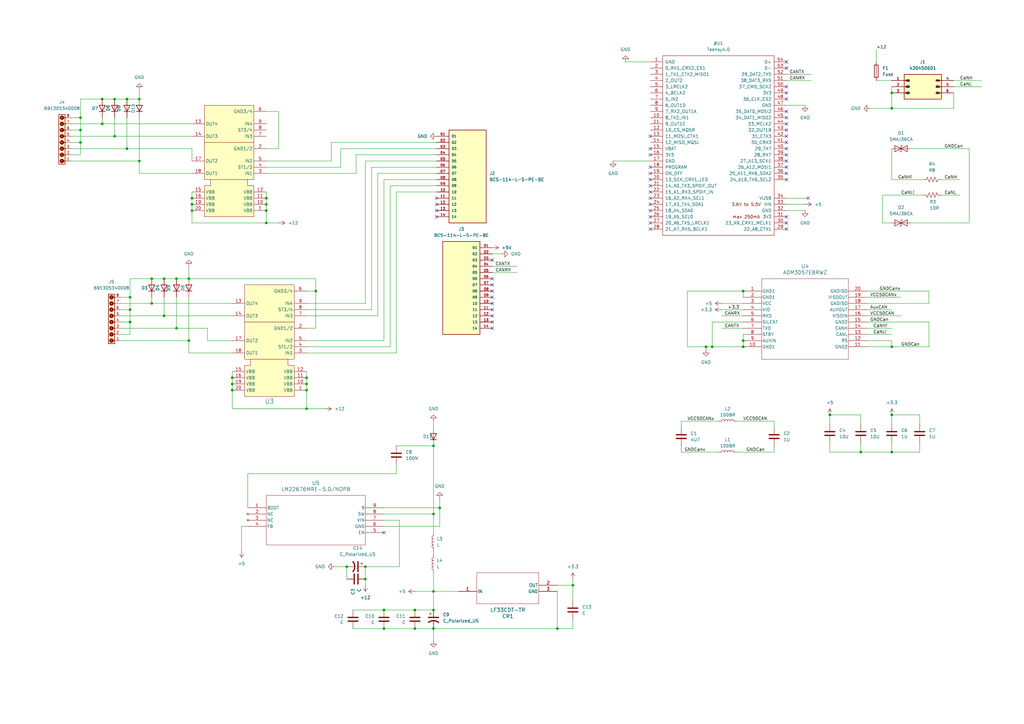
<source format=kicad_sch>
(kicad_sch (version 20250114) (generator "eeschema") (generator_version "9.0")
  (paper "A3")
  (title_block (title "CAN Controlled 8 pin 12 V Relay"))
  (junction (at 177.8 242.57))
  (junction (at 234.95 240.03))
  (junction (at 129.54 119.38))
  (junction (at 292.1 142.24))
  (junction (at 365.76 38.1))
  (junction (at 125.73 167.64))
  (junction (at 33.02 48.26))
  (junction (at 62.23 124.46))
  (junction (at 353.06 185.42))
  (junction (at 41.91 40.64))
  (junction (at 78.74 83.82))
  (junction (at 125.73 157.48))
  (junction (at 67.31 114.3))
  (junction (at 157.48 250.19))
  (junction (at 304.8 142.24))
  (junction (at 177.8 257.81))
  (junction (at 149.86 232.41))
  (junction (at 289.56 142.24))
  (junction (at 157.48 257.81))
  (junction (at 365.76 185.42))
  (junction (at 52.07 60.96))
  (junction (at 170.18 257.81))
  (junction (at 57.15 40.64))
  (junction (at 170.18 250.19))
  (junction (at 53.34 127))
  (junction (at 52.07 40.64))
  (junction (at 142.24 232.41))
  (junction (at 46.99 40.64))
  (junction (at 78.74 81.28))
  (junction (at 177.8 210.82))
  (junction (at 53.34 132.08))
  (junction (at 77.47 139.7))
  (junction (at 365.76 170.18))
  (junction (at 77.47 114.3))
  (junction (at 95.25 154.94))
  (junction (at 149.86 237.49))
  (junction (at 365.76 142.24))
  (junction (at 304.8 119.38))
  (junction (at 340.36 170.18))
  (junction (at 109.22 91.44))
  (junction (at 365.76 44.45))
  (junction (at 125.73 154.94))
  (junction (at 109.22 81.28))
  (junction (at 109.22 83.82))
  (junction (at 304.8 139.7))
  (junction (at 109.22 86.36))
  (junction (at 57.15 66.04))
  (junction (at 95.25 160.02))
  (junction (at 180.34 208.28))
  (junction (at 62.23 114.3))
  (junction (at 177.8 182.88))
  (junction (at 95.25 157.48))
  (junction (at 33.02 53.34))
  (junction (at 67.31 129.54))
  (junction (at 78.74 86.36))
  (junction (at 228.6 257.81))
  (junction (at 46.99 55.88))
  (junction (at 33.02 58.42))
  (junction (at 125.73 160.02))
  (junction (at 41.91 50.8))
  (junction (at 53.34 121.92))
  (junction (at 72.39 134.62))
  (junction (at 177.8 250.19))
  (junction (at 72.39 114.3))
  (no_connect (at 266.7 68.58))
  (no_connect (at 322.58 58.42))
  (no_connect (at 322.58 60.96))
  (no_connect (at 179.07 88.9))
  (no_connect (at 322.58 50.8))
  (no_connect (at 266.7 83.82))
  (no_connect (at 322.58 73.66))
  (no_connect (at 266.7 63.5))
  (no_connect (at 331.47 81.28))
  (no_connect (at 322.58 48.26))
  (no_connect (at 266.7 76.2))
  (no_connect (at 201.93 114.3))
  (no_connect (at 322.58 38.1))
  (no_connect (at 201.93 134.62))
  (no_connect (at 322.58 88.9))
  (no_connect (at 201.93 129.54))
  (no_connect (at 322.58 66.04))
  (no_connect (at 266.7 55.88))
  (no_connect (at 322.58 45.72))
  (no_connect (at 322.58 63.5))
  (no_connect (at 322.58 68.58))
  (no_connect (at 322.58 25.4))
  (no_connect (at 322.58 27.94))
  (no_connect (at 322.58 53.34))
  (no_connect (at 322.58 40.64))
  (no_connect (at 322.58 71.12))
  (no_connect (at 266.7 81.28))
  (no_connect (at 179.07 83.82))
  (no_connect (at 266.7 73.66))
  (no_connect (at 266.7 88.9))
  (no_connect (at 157.48 218.44))
  (no_connect (at 201.93 124.46))
  (no_connect (at 322.58 91.44))
  (no_connect (at 201.93 106.68))
  (no_connect (at 266.7 86.36))
  (no_connect (at 322.58 35.56))
  (no_connect (at 266.7 78.74))
  (no_connect (at 322.58 55.88))
  (no_connect (at 179.07 86.36))
  (no_connect (at 266.7 71.12))
  (no_connect (at 201.93 116.84))
  (no_connect (at 266.7 91.44))
  (no_connect (at 322.58 93.98))
  (no_connect (at 201.93 132.08))
  (no_connect (at 201.93 119.38))
  (no_connect (at 201.93 121.92))
  (no_connect (at 179.07 81.28))
  (no_connect (at 266.7 60.96))
  (no_connect (at 266.7 93.98))
  (no_connect (at 201.93 127))
  (wire (pts (xy 157.48 73.66) (xy 157.48 139.7)))
  (wire (pts (xy 359.41 20.32) (xy 359.41 25.4)))
  (wire (pts (xy 53.34 132.08) (xy 53.34 127)))
  (wire (pts (xy 29.21 48.26) (xy 33.02 48.26)))
  (wire (pts (xy 386.08 73.66) (xy 393.7 73.66)))
  (wire (pts (xy 391.16 35.56) (xy 402.59 35.56)))
  (wire (pts (xy 365.76 142.24) (xy 355.6 142.24)))
  (wire (pts (xy 355.6 132.08) (xy 381 132.08)))
  (wire (pts (xy 72.39 134.62) (xy 85.09 134.62)))
  (wire (pts (xy 33.02 63.5) (xy 33.02 58.42)))
  (wire (pts (xy 256.54 25.4) (xy 266.7 25.4)))
  (wire (pts (xy 85.09 139.7) (xy 85.09 134.62)))
  (wire (pts (xy 295.91 124.46) (xy 304.8 124.46)))
  (wire (pts (xy 109.22 71.12) (xy 146.05 71.12)))
  (wire (pts (xy 125.73 167.64) (xy 133.35 167.64)))
  (wire (pts (xy 353.06 181.61) (xy 353.06 185.42)))
  (wire (pts (xy 99.06 215.9) (xy 99.06 226.06)))
  (wire (pts (xy 162.56 182.88) (xy 177.8 182.88)))
  (wire (pts (xy 77.47 114.3) (xy 129.54 114.3)))
  (wire (pts (xy 340.36 173.99) (xy 340.36 170.18)))
  (wire (pts (xy 162.56 194.31) (xy 162.56 190.5)))
  (wire (pts (xy 355.6 137.16) (xy 365.76 137.16)))
  (wire (pts (xy 177.8 172.72) (xy 177.8 175.26)))
  (wire (pts (xy 160.02 76.2) (xy 160.02 142.24)))
  (wire (pts (xy 353.06 170.18) (xy 353.06 173.99)))
  (wire (pts (xy 361.95 80.01) (xy 361.95 91.44)))
  (wire (pts (xy 157.48 213.36) (xy 163.83 213.36)))
  (wire (pts (xy 365.76 139.7) (xy 365.76 142.24)))
  (wire (pts (xy 33.02 48.26) (xy 33.02 40.64)))
  (wire (pts (xy 302.26 172.72) (xy 317.5 172.72)))
  (wire (pts (xy 281.94 119.38) (xy 304.8 119.38)))
  (wire (pts (xy 142.24 232.41) (xy 142.24 237.49)))
  (wire (pts (xy 78.74 60.96) (xy 78.74 66.04)))
  (wire (pts (xy 162.56 78.74) (xy 162.56 144.78)))
  (wire (pts (xy 279.4 172.72) (xy 294.64 172.72)))
  (wire (pts (xy 228.6 242.57) (xy 228.6 257.81)))
  (wire (pts (xy 95.25 157.48) (xy 95.25 160.02)))
  (wire (pts (xy 125.73 157.48) (xy 125.73 160.02)))
  (wire (pts (xy 135.89 58.42) (xy 179.07 58.42)))
  (wire (pts (xy 146.05 63.5) (xy 179.07 63.5)))
  (wire (pts (xy 201.93 104.14) (xy 205.74 104.14)))
  (wire (pts (xy 295.91 127) (xy 304.8 127)))
  (wire (pts (xy 152.4 68.58) (xy 152.4 127)))
  (wire (pts (xy 295.91 129.54) (xy 304.8 129.54)))
  (wire (pts (xy 228.6 257.81) (xy 177.8 257.81)))
  (wire (pts (xy 49.53 127) (xy 53.34 127)))
  (wire (pts (xy 355.6 121.92) (xy 369.57 121.92)))
  (wire (pts (xy 149.86 237.49) (xy 149.86 240.03)))
  (wire (pts (xy 41.91 50.8) (xy 78.74 50.8)))
  (wire (pts (xy 146.05 63.5) (xy 146.05 71.12)))
  (wire (pts (xy 160.02 142.24) (xy 125.73 142.24)))
  (wire (pts (xy 135.89 66.04) (xy 135.89 58.42)))
  (wire (pts (xy 355.6 124.46) (xy 381 124.46)))
  (wire (pts (xy 177.8 226.06) (xy 177.8 227.33)))
  (wire (pts (xy 78.74 78.74) (xy 78.74 81.28)))
  (wire (pts (xy 149.86 66.04) (xy 179.07 66.04)))
  (wire (pts (xy 355.6 139.7) (xy 365.76 139.7)))
  (wire (pts (xy 359.41 33.02) (xy 365.76 33.02)))
  (wire (pts (xy 49.53 132.08) (xy 53.34 132.08)))
  (wire (pts (xy 386.08 80.01) (xy 393.7 80.01)))
  (wire (pts (xy 177.8 257.81) (xy 177.8 262.89)))
  (wire (pts (xy 355.6 129.54) (xy 369.57 129.54)))
  (wire (pts (xy 29.21 55.88) (xy 46.99 55.88)))
  (wire (pts (xy 373.38 91.44) (xy 397.51 91.44)))
  (wire (pts (xy 365.76 170.18) (xy 377.19 170.18)))
  (wire (pts (xy 57.15 36.83) (xy 57.15 40.64)))
  (wire (pts (xy 53.34 121.92) (xy 53.34 114.3)))
  (wire (pts (xy 95.25 160.02) (xy 95.25 167.64)))
  (wire (pts (xy 49.53 137.16) (xy 53.34 137.16)))
  (wire (pts (xy 234.95 257.81) (xy 234.95 254)))
  (wire (pts (xy 355.6 127) (xy 365.76 127)))
  (wire (pts (xy 53.34 114.3) (xy 62.23 114.3)))
  (wire (pts (xy 49.53 134.62) (xy 72.39 134.62)))
  (wire (pts (xy 201.93 109.22) (xy 212.09 109.22)))
  (wire (pts (xy 170.18 242.57) (xy 177.8 242.57)))
  (wire (pts (xy 29.21 53.34) (xy 33.02 53.34)))
  (wire (pts (xy 157.48 139.7) (xy 125.73 139.7)))
  (wire (pts (xy 62.23 124.46) (xy 95.25 124.46)))
  (wire (pts (xy 78.74 71.12) (xy 57.15 71.12)))
  (wire (pts (xy 365.76 44.45) (xy 391.16 44.45)))
  (wire (pts (xy 109.22 81.28) (xy 109.22 83.82)))
  (wire (pts (xy 46.99 55.88) (xy 78.74 55.88)))
  (wire (pts (xy 109.22 78.74) (xy 109.22 81.28)))
  (wire (pts (xy 78.74 81.28) (xy 78.74 83.82)))
  (wire (pts (xy 391.16 33.02) (xy 402.59 33.02)))
  (wire (pts (xy 179.07 76.2) (xy 160.02 76.2)))
  (wire (pts (xy 340.36 170.18) (xy 353.06 170.18)))
  (wire (pts (xy 109.22 91.44) (xy 114.3 91.44)))
  (wire (pts (xy 381 119.38) (xy 381 124.46)))
  (wire (pts (xy 101.6 215.9) (xy 99.06 215.9)))
  (wire (pts (xy 139.7 60.96) (xy 139.7 68.58)))
  (wire (pts (xy 85.09 139.7) (xy 95.25 139.7)))
  (wire (pts (xy 157.48 210.82) (xy 177.8 210.82)))
  (wire (pts (xy 289.56 142.24) (xy 292.1 142.24)))
  (wire (pts (xy 322.58 81.28) (xy 331.47 81.28)))
  (wire (pts (xy 77.47 139.7) (xy 77.47 121.92)))
  (wire (pts (xy 101.6 208.28) (xy 101.6 194.31)))
  (wire (pts (xy 157.48 215.9) (xy 180.34 215.9)))
  (wire (pts (xy 234.95 240.03) (xy 228.6 240.03)))
  (wire (pts (xy 154.94 129.54) (xy 125.73 129.54)))
  (wire (pts (xy 33.02 53.34) (xy 33.02 48.26)))
  (wire (pts (xy 29.21 66.04) (xy 57.15 66.04)))
  (wire (pts (xy 154.94 71.12) (xy 154.94 129.54)))
  (wire (pts (xy 95.25 152.4) (xy 95.25 154.94)))
  (wire (pts (xy 46.99 55.88) (xy 46.99 48.26)))
  (wire (pts (xy 72.39 134.62) (xy 72.39 121.92)))
  (wire (pts (xy 391.16 44.45) (xy 391.16 38.1)))
  (wire (pts (xy 163.83 232.41) (xy 149.86 232.41)))
  (wire (pts (xy 365.76 73.66) (xy 378.46 73.66)))
  (wire (pts (xy 292.1 132.08) (xy 304.8 132.08)))
  (wire (pts (xy 251.46 66.04) (xy 266.7 66.04)))
  (wire (pts (xy 62.23 124.46) (xy 62.23 121.92)))
  (wire (pts (xy 152.4 68.58) (xy 179.07 68.58)))
  (wire (pts (xy 67.31 129.54) (xy 95.25 129.54)))
  (wire (pts (xy 289.56 142.24) (xy 289.56 143.51)))
  (wire (pts (xy 29.21 60.96) (xy 52.07 60.96)))
  (wire (pts (xy 163.83 213.36) (xy 163.83 232.41)))
  (wire (pts (xy 201.93 111.76) (xy 212.09 111.76)))
  (wire (pts (xy 228.6 257.81) (xy 234.95 257.81)))
  (wire (pts (xy 49.53 121.92) (xy 53.34 121.92)))
  (wire (pts (xy 279.4 175.26) (xy 279.4 172.72)))
  (wire (pts (xy 179.07 78.74) (xy 162.56 78.74)))
  (wire (pts (xy 377.19 170.18) (xy 377.19 173.99)))
  (wire (pts (xy 234.95 246.38) (xy 234.95 240.03)))
  (wire (pts (xy 170.18 250.19) (xy 177.8 250.19)))
  (wire (pts (xy 139.7 60.96) (xy 179.07 60.96)))
  (wire (pts (xy 365.76 60.96) (xy 365.76 73.66)))
  (wire (pts (xy 302.26 185.42) (xy 317.5 185.42)))
  (wire (pts (xy 340.36 181.61) (xy 340.36 185.42)))
  (wire (pts (xy 292.1 142.24) (xy 304.8 142.24)))
  (wire (pts (xy 125.73 167.64) (xy 125.73 160.02)))
  (wire (pts (xy 125.73 154.94) (xy 125.73 157.48)))
  (wire (pts (xy 129.54 134.62) (xy 125.73 134.62)))
  (wire (pts (xy 137.16 232.41) (xy 142.24 232.41)))
  (wire (pts (xy 152.4 127) (xy 125.73 127)))
  (wire (pts (xy 109.22 91.44) (xy 78.74 91.44)))
  (wire (pts (xy 29.21 63.5) (xy 33.02 63.5)))
  (wire (pts (xy 78.74 91.44) (xy 78.74 86.36)))
  (wire (pts (xy 304.8 139.7) (xy 304.8 142.24)))
  (wire (pts (xy 234.95 237.49) (xy 234.95 240.03)))
  (wire (pts (xy 381 142.24) (xy 365.76 142.24)))
  (wire (pts (xy 365.76 38.1) (xy 365.76 44.45)))
  (wire (pts (xy 49.53 124.46) (xy 62.23 124.46)))
  (wire (pts (xy 53.34 137.16) (xy 53.34 132.08)))
  (wire (pts (xy 62.23 114.3) (xy 67.31 114.3)))
  (wire (pts (xy 157.48 73.66) (xy 179.07 73.66)))
  (wire (pts (xy 397.51 91.44) (xy 397.51 60.96)))
  (wire (pts (xy 57.15 66.04) (xy 57.15 48.26)))
  (wire (pts (xy 67.31 114.3) (xy 72.39 114.3)))
  (wire (pts (xy 162.56 144.78) (xy 125.73 144.78)))
  (wire (pts (xy 353.06 185.42) (xy 365.76 185.42)))
  (wire (pts (xy 373.38 60.96) (xy 397.51 60.96)))
  (wire (pts (xy 292.1 132.08) (xy 292.1 142.24)))
  (wire (pts (xy 365.76 185.42) (xy 377.19 185.42)))
  (wire (pts (xy 355.6 134.62) (xy 365.76 134.62)))
  (wire (pts (xy 295.91 134.62) (xy 304.8 134.62)))
  (wire (pts (xy 149.86 66.04) (xy 149.86 124.46)))
  (wire (pts (xy 157.48 208.28) (xy 180.34 208.28)))
  (wire (pts (xy 29.21 50.8) (xy 41.91 50.8)))
  (wire (pts (xy 67.31 129.54) (xy 67.31 121.92)))
  (wire (pts (xy 361.95 80.01) (xy 378.46 80.01)))
  (wire (pts (xy 52.07 60.96) (xy 78.74 60.96)))
  (wire (pts (xy 157.48 250.19) (xy 170.18 250.19)))
  (wire (pts (xy 322.58 33.02) (xy 332.74 33.02)))
  (wire (pts (xy 129.54 114.3) (xy 129.54 119.38)))
  (wire (pts (xy 49.53 139.7) (xy 77.47 139.7)))
  (wire (pts (xy 322.58 43.18) (xy 330.2 43.18)))
  (wire (pts (xy 177.8 234.95) (xy 177.8 242.57)))
  (wire (pts (xy 77.47 144.78) (xy 77.47 139.7)))
  (wire (pts (xy 154.94 71.12) (xy 179.07 71.12)))
  (wire (pts (xy 304.8 119.38) (xy 304.8 121.92)))
  (wire (pts (xy 114.3 45.72) (xy 109.22 45.72)))
  (wire (pts (xy 109.22 86.36) (xy 109.22 91.44)))
  (wire (pts (xy 125.73 152.4) (xy 125.73 154.94)))
  (wire (pts (xy 101.6 194.31) (xy 162.56 194.31)))
  (wire (pts (xy 125.73 119.38) (xy 129.54 119.38)))
  (wire (pts (xy 33.02 58.42) (xy 33.02 53.34)))
  (wire (pts (xy 317.5 185.42) (xy 317.5 182.88)))
  (wire (pts (xy 41.91 40.64) (xy 46.99 40.64)))
  (wire (pts (xy 361.95 91.44) (xy 365.76 91.44)))
  (wire (pts (xy 41.91 50.8) (xy 41.91 48.26)))
  (wire (pts (xy 109.22 60.96) (xy 114.3 60.96)))
  (wire (pts (xy 294.64 185.42) (xy 279.4 185.42)))
  (wire (pts (xy 177.8 242.57) (xy 187.96 242.57)))
  (wire (pts (xy 29.21 58.42) (xy 33.02 58.42)))
  (wire (pts (xy 356.87 44.45) (xy 365.76 44.45)))
  (wire (pts (xy 49.53 129.54) (xy 67.31 129.54)))
  (wire (pts (xy 322.58 86.36) (xy 330.2 86.36)))
  (wire (pts (xy 46.99 40.64) (xy 52.07 40.64)))
  (wire (pts (xy 377.19 185.42) (xy 377.19 181.61)))
  (wire (pts (xy 170.18 257.81) (xy 177.8 257.81)))
  (wire (pts (xy 177.8 210.82) (xy 177.8 218.44)))
  (wire (pts (xy 365.76 181.61) (xy 365.76 185.42)))
  (wire (pts (xy 281.94 142.24) (xy 281.94 119.38)))
  (wire (pts (xy 177.8 242.57) (xy 177.8 250.19)))
  (wire (pts (xy 144.78 257.81) (xy 157.48 257.81)))
  (wire (pts (xy 281.94 142.24) (xy 289.56 142.24)))
  (wire (pts (xy 304.8 137.16) (xy 304.8 139.7)))
  (wire (pts (xy 322.58 83.82) (xy 330.2 83.82)))
  (wire (pts (xy 157.48 257.81) (xy 170.18 257.81)))
  (wire (pts (xy 125.73 124.46) (xy 149.86 124.46)))
  (wire (pts (xy 95.25 154.94) (xy 95.25 157.48)))
  (wire (pts (xy 95.25 167.64) (xy 125.73 167.64)))
  (wire (pts (xy 365.76 35.56) (xy 365.76 38.1)))
  (wire (pts (xy 52.07 40.64) (xy 57.15 40.64)))
  (wire (pts (xy 355.6 119.38) (xy 381 119.38)))
  (wire (pts (xy 52.07 60.96) (xy 52.07 48.26)))
  (wire (pts (xy 77.47 144.78) (xy 95.25 144.78)))
  (wire (pts (xy 114.3 60.96) (xy 114.3 45.72)))
  (wire (pts (xy 177.8 182.88) (xy 177.8 210.82)))
  (wire (pts (xy 149.86 232.41) (xy 149.86 237.49)))
  (wire (pts (xy 365.76 173.99) (xy 365.76 170.18)))
  (wire (pts (xy 77.47 109.22) (xy 77.47 114.3)))
  (wire (pts (xy 72.39 114.3) (xy 77.47 114.3)))
  (wire (pts (xy 33.02 40.64) (xy 41.91 40.64)))
  (wire (pts (xy 180.34 204.47) (xy 180.34 208.28)))
  (wire (pts (xy 109.22 83.82) (xy 109.22 86.36)))
  (wire (pts (xy 139.7 68.58) (xy 109.22 68.58)))
  (wire (pts (xy 180.34 215.9) (xy 180.34 208.28)))
  (wire (pts (xy 381 132.08) (xy 381 142.24)))
  (wire (pts (xy 322.58 30.48) (xy 332.74 30.48)))
  (wire (pts (xy 144.78 250.19) (xy 157.48 250.19)))
  (wire (pts (xy 129.54 119.38) (xy 129.54 134.62)))
  (wire (pts (xy 57.15 71.12) (xy 57.15 66.04)))
  (wire (pts (xy 279.4 185.42) (xy 279.4 182.88)))
  (wire (pts (xy 109.22 66.04) (xy 135.89 66.04)))
  (wire (pts (xy 78.74 83.82) (xy 78.74 86.36)))
  (wire (pts (xy 340.36 185.42) (xy 353.06 185.42)))
  (wire (pts (xy 317.5 172.72) (xy 317.5 175.26)))
  (wire (pts (xy 53.34 127) (xy 53.34 121.92)))
  (label "CANTX" (at 203.2 109.22 0))
  (label "VCC50CANx" (at 356.87 121.92 0))
  (label "VCC50CAN" (at 304.8 172.72 0))
  (label "CaNL" (at 393.7 35.56 0))
  (label "CaNH" (at 393.7 33.02 0))
  (label "AuxCAN" (at 356.87 127 0))
  (label "VCC50CANx" (at 281.94 172.72 0))
  (label "CANTX" (at 323.85 30.48 0))
  (label "VCC50CAN" (at 356.87 129.54 0))
  (label "+12" (at 359.41 20.32 0))
  (label "CaNLi" (at 369.57 80.01 0))
  (label "CaNL" (at 387.35 80.01 0))
  (label "GNDCanx" (at 280.67 185.42 0))
  (label "CaNHi" (at 358.14 134.62 0))
  (label "GNDCan" (at 387.35 60.96 0))
  (label "+3.3" (at 298.45 127 0))
  (label "CANRX" (at 297.18 129.54 0))
  (label "CANRX" (at 203.2 111.76 0))
  (label "CANRX" (at 323.85 33.02 0))
  (label "CaNLi" (at 358.14 137.16 0))
  (label "CaNHi" (at 368.3 73.66 0))
  (label "GNDCanx" (at 360.68 119.38 0))
  (label "GNDCan" (at 306.07 185.42 0))
  (label "GNDCan" (at 356.87 132.08 0))
  (label "CANTX" (at 297.18 134.62 0))
  (label "GNDCan" (at 369.57 142.24 0))
  (label "CaNH" (at 387.35 73.66 0))
  (symbol (lib_id "power:GND") (at 251.46 66.04 0) (unit 1)
    (property "Reference" "#PWR02" (effects (hide yes)))
    (property "Value" "GND" (at 251.46 71.12 0))
    (property "Description" "Power symbol creates a global label with name \"GND\" , ground" (effects (hide yes)))
  )
  (symbol (lib_id "Device:D") (at 57.15 44.45 90) (unit 1)
    (property "Reference" "D10" (at 54.61 44.45 0))
    (property "Value" "D" (effects (hide yes)))
    (property "Footprint" "RRE02VTM4SFHTR:DIO_RRE02VSM_ROM" (effects (hide yes)))
    (property "Description" "Diode" (effects (hide yes)))
    (property "Sim.Device" "D" (effects (hide yes)))
    (property "Sim.Pins" "1=K 2=A" (effects (hide yes)))
  )
  (symbol (lib_id "Device:C") (at 365.76 177.8 0) (unit 1)
    (property "Reference" "C6" (at 369.57 176.5299 0) (effects (justify left)))
    (property "Value" "1U" (at 369.57 179.0699 0) (effects (justify left)))
    (property "Footprint" "GRT155C80J105KE01J:CAPC1005X55N" (effects (hide yes)))
    (property "Description" "Unpolarized capacitor" (effects (hide yes)))
  )
  (symbol (lib_id "Device:D") (at 46.99 44.45 90) (unit 1)
    (property "Reference" "D8" (at 44.323 44.323 0))
    (property "Value" "D" (effects (hide yes)))
    (property "Footprint" "RRE02VTM4SFHTR:DIO_RRE02VSM_ROM" (effects (hide yes)))
    (property "Description" "Diode" (effects (hide yes)))
    (property "Sim.Device" "D" (effects (hide yes)))
    (property "Sim.Pins" "1=K 2=A" (effects (hide yes)))
  )
  (symbol (lib_id "Device:L") (at 177.8 231.14 180) (unit 1)
    (property "Reference" "L4" (at 179.07 229.8699 0) (effects (justify right)))
    (property "Value" "L" (at 179.07 232.4099 0) (effects (justify right)))
    (property "Footprint" "LQM18FN100M00D:INDC1608X90N" (effects (hide yes)))
    (property "Description" "Inductor" (effects (hide yes)))
  )
  (symbol (lib_id "Device:C_Polarized_US") (at 146.05 232.41 270) (unit 1)
    (property "Reference" "C14" (at 146.685 224.79 90))
    (property "Value" "C_Polarized_US" (at 146.685 227.33 90))
    (property "Footprint" "EEEFT1V101AV:CAP_EEEFT1V101AV" (effects (hide yes)))
    (property "Description" "Polarized capacitor, US symbol" (effects (hide yes)))
  )
  (symbol (lib_id "power:VCC") (at 99.06 226.06 180) (unit 1)
    (property "Reference" "#PWR018" (effects (hide yes)))
    (property "Value" "+5" (at 99.06 231.14 0))
    (property "Description" "Power symbol creates a global label with name \"VCC\"" (effects (hide yes)))
  )
  (symbol (lib_id "Device:D") (at 62.23 118.11 90) (unit 1)
    (property "Reference" "D3" (at 57.912 118.11 90) (effects (justify right)))
    (property "Value" "D" (effects (hide yes)))
    (property "Footprint" "RRE02VTM4SFHTR:DIO_RRE02VSM_ROM" (effects (hide yes)))
    (property "Description" "Diode" (effects (hide yes)))
    (property "Sim.Device" "D" (effects (hide yes)))
    (property "Sim.Pins" "1=K 2=A" (effects (hide yes)))
  )
  (symbol (lib_id "Device:C") (at 146.05 237.49 90) (mirror x) (unit 1)
    (property "Reference" "C3" (at 144.7799 241.3 0) (effects (justify left)))
    (property "Value" "C" (at 147.3199 241.3 0) (effects (justify left)))
    (property "Footprint" "Cap10U:CAPC2012X145N" (effects (hide yes)))
    (property "Description" "Unpolarized capacitor" (effects (hide yes)))
  )
  (symbol (lib_id "power:GND") (at 177.8 172.72 180) (unit 1)
    (property "Reference" "#PWR017" (effects (hide yes)))
    (property "Value" "GND" (at 177.8 167.64 0))
    (property "Description" "Power symbol creates a global label with name \"GND\" , ground" (effects (hide yes)))
  )
  (symbol (lib_id "power:GND") (at 77.47 109.22 180) (unit 1)
    (property "Reference" "#PWR015" (effects (hide yes)))
    (property "Value" "GND" (at 77.47 104.14 0))
    (property "Description" "Power symbol creates a global label with name \"GND\" , ground" (effects (hide yes)))
  )
  (symbol (lib_id "power:+5V") (at 201.93 101.6 270) (unit 1)
    (property "Reference" "#PWR026" (effects (hide yes)))
    (property "Value" "+5V" (at 205.74 101.5999 90) (effects (justify left)))
    (property "Description" "Power symbol creates a global label with name \"+5V\"" (effects (hide yes)))
  )
  (symbol (lib_id "power:VCC") (at 234.95 237.49 0) (unit 1)
    (property "Reference" "#PWR023" (effects (hide yes)))
    (property "Value" "+3.3" (at 234.95 232.41 0))
    (property "Description" "Power symbol creates a global label with name \"VCC\"" (effects (hide yes)))
  )
  (symbol (lib_id "Device:D") (at 41.91 44.45 90) (unit 1)
    (property "Reference" "D7" (at 37.592 44.45 90) (effects (justify right)))
    (property "Value" "D" (effects (hide yes)))
    (property "Footprint" "RRE02VTM4SFHTR:DIO_RRE02VSM_ROM" (effects (hide yes)))
    (property "Description" "Diode" (effects (hide yes)))
    (property "Sim.Device" "D" (effects (hide yes)))
    (property "Sim.Pins" "1=K 2=A" (effects (hide yes)))
  )
  (symbol (lib_id "Device:C") (at 340.36 177.8 0) (unit 1)
    (property "Reference" "C4" (at 344.17 176.5299 0) (effects (justify left)))
    (property "Value" "10U" (at 344.17 179.0699 0) (effects (justify left)))
    (property "Footprint" "Cap10U:CAPC2012X145N" (effects (hide yes)))
    (property "Description" "Unpolarized capacitor" (effects (hide yes)))
  )
  (symbol (lib_id "Device:C") (at 317.5 179.07 0) (unit 1)
    (property "Reference" "C2" (at 321.31 177.7999 0) (effects (justify left)))
    (property "Value" "1U" (at 321.31 180.3399 0) (effects (justify left)))
    (property "Footprint" "GRT155C80J105KE01J:CAPC1005X55N" (effects (hide yes)))
    (property "Description" "Unpolarized capacitor" (effects (hide yes)))
  )
  (symbol (lib_id "Device:R_US") (at 382.27 73.66 90) (unit 1)
    (property "Reference" "R4" (at 382.27 67.31 90))
    (property "Value" "R8" (at 382.27 69.85 90))
    (property "Footprint" "Resistor_SMD:R_0603_1608Metric" (effects (hide yes)))
    (property "Description" "Resistor, US symbol" (effects (hide yes)))
  )
  (symbol (lib_id "power:GND") (at 330.2 43.18 0) (unit 1)
    (property "Reference" "#PWR04" (effects (hide yes)))
    (property "Value" "GND" (at 330.2 48.26 0))
    (property "Description" "Power symbol creates a global label with name \"GND\" , ground" (effects (hide yes)))
  )
  (symbol (lib_id "power:GND") (at 180.34 204.47 180) (unit 1)
    (property "Reference" "#PWR019" (effects (hide yes)))
    (property "Value" "GND" (at 180.34 199.39 0))
    (property "Description" "Power symbol creates a global label with name \"GND\" , ground" (effects (hide yes)))
  )
  (symbol (lib_id "Diode:SMAJ36CA") (at 369.57 91.44 0) (unit 1)
    (property "Reference" "D2" (at 369.57 85.09 0))
    (property "Value" "SMAJ36CA" (at 369.57 87.63 0))
    (property "Footprint" "SMAJ36CA:SMASERIES-M" (effects (hide yes)))
    (property "Datasheet" "https://www.littelfuse.com/media?resourcetype=datasheets&itemid=75e32973-b177-4ee3-a0ff-cedaf1abdb93&filename=smaj-datasheet" (effects (hide yes)))
    (property "Description" "400W bidirectional Transient Voltage Suppressor, 36.0Vr, SMA(DO-214AC)" (effects (hide yes)))
  )
  (symbol (lib_id "power:VCC") (at 149.86 240.03 180) (unit 1)
    (property "Reference" "#PWR020" (effects (hide yes)))
    (property "Value" "+12" (at 149.86 245.11 0))
    (property "Description" "Power symbol creates a global label with name \"VCC\"" (effects (hide yes)))
  )
  (symbol (lib_id "BTS716GB:BTS716GB") (at 120.65 162.56 180) (unit 1)
    (property "Reference" "U3" (at 110.49 164.592 0) (effects (font (size 1.8288 1.8288))))
    (property "Value" "BTS716GB" (effects (hide yes)))
    (property "Footprint" "BTS716GB:SOIC127P1032X265-20N" (effects (hide yes)))
    (property "Description" "Smart High-Side Power Switch, Four Channels: 4x140mOhm, Status Feedback, VBB 43V" (effects (hide yes)))
    (property "ManufacturerPartNumber" "BTS716GB" (effects (hide yes)))
    (property "PackageReference" "PG-DSO-20" (effects (hide yes)))
    (property "Manufacturer" "Infineon Technologies" (effects (hide yes)))
  )
  (symbol (lib_id "Device:D") (at 72.39 118.11 90) (unit 1)
    (property "Reference" "D5" (at 69.088 118.11 0))
    (property "Value" "D" (effects (hide yes)))
    (property "Footprint" "RRE02VTM4SFHTR:DIO_RRE02VSM_ROM" (effects (hide yes)))
    (property "Description" "Diode" (effects (hide yes)))
    (property "Sim.Device" "D" (effects (hide yes)))
    (property "Sim.Pins" "1=K 2=A" (effects (hide yes)))
  )
  (symbol (lib_id "power:GND") (at 256.54 25.4 0) (mirror x) (unit 1)
    (property "Reference" "#PWR03" (effects (hide yes)))
    (property "Value" "GND" (at 256.54 20.32 0))
    (property "Description" "Power symbol creates a global label with name \"GND\" , ground" (effects (hide yes)))
  )
  (symbol (lib_id "Device:C_Polarized_US") (at 177.8 254 0) (unit 1)
    (property "Reference" "C9" (at 181.61 252.0949 0) (effects (justify left)))
    (property "Value" "C_Polarized_US" (at 181.61 254.6349 0) (effects (justify left)))
    (property "Footprint" "EEEFT1V101AV:CAP_EEEFT1V101AV" (effects (hide yes)))
    (property "Description" "Polarized capacitor, US symbol" (effects (hide yes)))
  )
  (symbol (lib_id "691305340008:691305340008") (at 44.45 132.08 90) (unit 1)
    (property "Reference" "J5" (at 45.72 115.57 90))
    (property "Value" "691305340008" (at 45.72 118.11 90))
    (property "Footprint" "691305340008:691305340008" (effects (hide yes)))
    (property "MF" "Würth Elektronik" (effects (hide yes)))
    (property "Description_1" "8 Position Terminal Block Header, Male Pins, Shrouded (4 Side) 0.150 (3.81mm) 90°, Right Angle - Through Hole" (effects (hide yes)))
    (property "Package" "None" (effects (hide yes)))
    (property "Price" "None" (effects (hide yes)))
    (property "SnapEDA_Link" "https://www.snapeda.com/parts/691305340008/W%25C3%25BCrth+Elektronik+Midcom/view-part/?ref=snap" (effects (hide yes)))
    (property "MP" "691305340008" (effects (hide yes)))
    (property "Availability" "In Stock" (effects (hide yes)))
    (property "Check_prices" "https://www.snapeda.com/parts/691305340008/W%25C3%25BCrth+Elektronik+Midcom/view-part/?ref=eda" (effects (hide yes)))
  )
  (symbol (lib_id "power:VCC") (at 340.36 170.18 0) (unit 1)
    (property "Reference" "#PWR06" (effects (hide yes)))
    (property "Value" "+5" (at 340.36 165.1 0))
    (property "Description" "Power symbol creates a global label with name \"VCC\"" (effects (hide yes)))
  )
  (symbol (lib_id "Device:D") (at 52.07 44.45 90) (unit 1)
    (property "Reference" "D9" (at 48.768 44.45 0))
    (property "Value" "D" (effects (hide yes)))
    (property "Footprint" "RRE02VTM4SFHTR:DIO_RRE02VSM_ROM" (effects (hide yes)))
    (property "Description" "Diode" (effects (hide yes)))
    (property "Sim.Device" "D" (effects (hide yes)))
    (property "Sim.Pins" "1=K 2=A" (effects (hide yes)))
  )
  (symbol (lib_id "Device:D") (at 77.47 118.11 90) (unit 1)
    (property "Reference" "D6" (at 74.93 118.11 0))
    (property "Value" "D" (effects (hide yes)))
    (property "Footprint" "RRE02VTM4SFHTR:DIO_RRE02VSM_ROM" (effects (hide yes)))
    (property "Description" "Diode" (effects (hide yes)))
    (property "Sim.Device" "D" (effects (hide yes)))
    (property "Sim.Pins" "1=K 2=A" (effects (hide yes)))
  )
  (symbol (lib_id "power:VCC") (at 365.76 170.18 0) (unit 1)
    (property "Reference" "#PWR07" (effects (hide yes)))
    (property "Value" "+3.3" (at 365.76 165.1 0))
    (property "Description" "Power symbol creates a global label with name \"VCC\"" (effects (hide yes)))
  )
  (symbol (lib_id "power:VCC") (at 170.18 242.57 90) (unit 1)
    (property "Reference" "#PWR021" (effects (hide yes)))
    (property "Value" "+5" (at 166.37 242.5699 90) (effects (justify left)))
    (property "Description" "Power symbol creates a global label with name \"VCC\"" (effects (hide yes)))
  )
  (symbol (lib_id "2025-07-13_05-49-35:LM22676MRE-5.0_NOPB") (at 101.6 208.28 0) (unit 1)
    (property "Reference" "U5" (at 129.54 198.12 0) (effects (font (size 1.524 1.524))))
    (property "Value" "LM22676MRE-5.0/NOPB" (at 129.54 200.66 0) (effects (font (size 1.524 1.524))))
    (property "Footprint" "LM22676MRE-5.0_NOPB:VREG_LM5017MR_NOPB" (effects (hide yes)))
    (property "Datasheet" "https://www.ti.com/lit/gpn/lm22676" (effects (hide yes)))
  )
  (symbol (lib_id "BCS-114-L-S-PE-BE:BCS-114-L-S-PE-BE") (at 191.77 73.66 0) (unit 1)
    (property "Reference" "J2" (at 200.66 71.1199 0) (effects (justify left)))
    (property "Value" "BCS-114-L-S-PE-BE" (at 200.66 73.6599 0) (effects (justify left)))
    (property "Footprint" "BCS:SAMTEC_BCS-114-L-S-PE-BE" (effects (hide yes)))
    (property "MF" "Samtec" (effects (hide yes)))
    (property "Description_1" "14 Position Receptacle, Pass Through Connector 0.100 (2.54mm) Through Hole Gold" (effects (hide yes)))
    (property "Package" "None" (effects (hide yes)))
    (property "Price" "None" (effects (hide yes)))
    (property "Check_prices" "https://www.snapeda.com/parts/BCS-114-L-S-PE-BE/Samtec/view-part/?ref=eda" (effects (hide yes)))
    (property "STANDARD" "Manufacturer Recommendations" (effects (hide yes)))
    (property "PARTREV" "R" (effects (hide yes)))
    (property "SnapEDA_Link" "https://www.snapeda.com/parts/BCS-114-L-S-PE-BE/Samtec/view-part/?ref=snap" (effects (hide yes)))
    (property "MP" "BCS-114-L-S-PE-BE" (effects (hide yes)))
    (property "Availability" "In Stock" (effects (hide yes)))
    (property "MANUFACTURER" "Samtec" (effects (hide yes)))
  )
  (symbol (lib_id "Device:C") (at 162.56 186.69 0) (unit 1)
    (property "Reference" "C8" (at 166.37 185.4199 0) (effects (justify left)))
    (property "Value" "100N" (at 166.37 187.9599 0) (effects (justify left)))
    (property "Footprint" "WCAP-CSGP_0402:WCAP-CSGP_0402" (effects (hide yes)))
    (property "Description" "Unpolarized capacitor" (effects (hide yes)))
  )
  (symbol (lib_id "power:VCC") (at 295.91 127 90) (unit 1)
    (property "Reference" "#PWR011" (effects (hide yes)))
    (property "Value" "+3.3" (at 292.1 126.9999 90) (effects (justify left)))
    (property "Description" "Power symbol creates a global label with name \"VCC\"" (effects (hide yes)))
  )
  (symbol (lib_id "power:GND") (at 177.8 262.89 0) (unit 1)
    (property "Reference" "#PWR022" (effects (hide yes)))
    (property "Value" "GND" (at 177.8 267.97 0))
    (property "Description" "Power symbol creates a global label with name \"GND\" , ground" (effects (hide yes)))
  )
  (symbol (lib_id "Device:C") (at 170.18 254 0) (mirror y) (unit 1)
    (property "Reference" "C11" (at 166.37 252.7299 0) (effects (justify left)))
    (property "Value" "C" (at 166.37 255.2699 0) (effects (justify left)))
    (property "Footprint" "Cap10U:CAPC2012X145N" (effects (hide yes)))
    (property "Description" "Unpolarized capacitor" (effects (hide yes)))
  )
  (symbol (lib_id "power:VCC") (at 133.35 167.64 270) (unit 1)
    (property "Reference" "#PWR010" (effects (hide yes)))
    (property "Value" "+12" (at 137.16 167.6399 90) (effects (justify left)))
    (property "Description" "Power symbol creates a global label with name \"VCC\"" (effects (hide yes)))
  )
  (symbol (lib_id "691305340008:691305340008") (at 24.13 58.42 90) (unit 1)
    (property "Reference" "J4" (at 25.4 41.91 90))
    (property "Value" "691305340008" (at 25.4 44.45 90))
    (property "Footprint" "691305340008:691305340008" (effects (hide yes)))
    (property "MF" "Würth Elektronik" (effects (hide yes)))
    (property "Description_1" "8 Position Terminal Block Header, Male Pins, Shrouded (4 Side) 0.150 (3.81mm) 90°, Right Angle - Through Hole" (effects (hide yes)))
    (property "Package" "None" (effects (hide yes)))
    (property "Price" "None" (effects (hide yes)))
    (property "SnapEDA_Link" "https://www.snapeda.com/parts/691305340008/W%25C3%25BCrth+Elektronik+Midcom/view-part/?ref=snap" (effects (hide yes)))
    (property "MP" "691305340008" (effects (hide yes)))
    (property "Availability" "In Stock" (effects (hide yes)))
    (property "Check_prices" "https://www.snapeda.com/parts/691305340008/W%25C3%25BCrth+Elektronik+Midcom/view-part/?ref=eda" (effects (hide yes)))
  )
  (symbol (lib_id "Device:C") (at 157.48 254 0) (mirror y) (unit 1)
    (property "Reference" "C10" (at 153.67 252.7299 0) (effects (justify left)))
    (property "Value" "C" (at 153.67 255.2699 0) (effects (justify left)))
    (property "Footprint" "Cap10U:CAPC2012X145N" (effects (hide yes)))
    (property "Description" "Unpolarized capacitor" (effects (hide yes)))
  )
  (symbol (lib_id "power:VCC") (at 114.3 91.44 270) (unit 1)
    (property "Reference" "#PWR012" (effects (hide yes)))
    (property "Value" "+12" (at 118.11 91.4399 90) (effects (justify left)))
    (property "Description" "Power symbol creates a global label with name \"VCC\"" (effects (hide yes)))
  )
  (symbol (lib_id "2025-07-12_07-19-05:ADM3057EBRWZ") (at 304.8 119.38 0) (unit 1)
    (property "Reference" "U4" (at 330.2 109.22 0) (effects (font (size 1.524 1.524))))
    (property "Value" "ADM3057EBRWZ" (at 330.2 111.76 0) (effects (font (size 1.524 1.524))))
    (property "Footprint" "ADM3057EBRWZ:SOIC127P1032X265-20N" (effects (hide yes)))
    (property "Datasheet" "https://www.analog.com/media/en/technical-documentation/data-sheets/ADM3055E-3057E.pdf" (effects (hide yes)))
  )
  (symbol (lib_id "Device:D") (at 177.8 179.07 90) (unit 1)
    (property "Reference" "D11" (at 173.482 179.07 90) (effects (justify right)))
    (property "Value" "D" (effects (hide yes)))
    (property "Footprint" "RRE02VTM4SFHTR:DIO_RRE02VSM_ROM" (effects (hide yes)))
    (property "Description" "Diode" (effects (hide yes)))
    (property "Sim.Device" "D" (effects (hide yes)))
    (property "Sim.Pins" "1=K 2=A" (effects (hide yes)))
  )
  (symbol (lib_id "430450601:430450601") (at 378.46 35.56 0) (unit 1)
    (property "Reference" "J1" (at 378.46 25.4 0))
    (property "Value" "430450601" (at 378.46 27.94 0))
    (property "Footprint" "MolexConnector:MOLEX_430450601" (effects (hide yes)))
    (property "PARTREV" "G" (effects (hide yes)))
    (property "STANDARD" "Manufacturer Recommendations" (effects (hide yes)))
    (property "MAXIMUM_PACKAGE_HEIGHT" "8.77mm" (effects (hide yes)))
    (property "MANUFACTURER" "Molex" (effects (hide yes)))
  )
  (symbol (lib_id "Device:C") (at 234.95 250.19 0) (mirror y) (unit 1)
    (property "Reference" "C13" (at 238.76 248.9199 0) (effects (justify right)))
    (property "Value" "C" (at 238.76 251.4599 0) (effects (justify right)))
    (property "Footprint" "Cap10U:CAPC2012X145N" (effects (hide yes)))
    (property "Description" "Unpolarized capacitor" (effects (hide yes)))
  )
  (symbol (lib_id "Device:C") (at 144.78 254 0) (mirror y) (unit 1)
    (property "Reference" "C12" (at 140.97 252.7299 0) (effects (justify left)))
    (property "Value" "C" (at 140.97 255.2699 0) (effects (justify left)))
    (property "Footprint" "Cap10U:CAPC2012X145N" (effects (hide yes)))
    (property "Description" "Unpolarized capacitor" (effects (hide yes)))
  )
  (symbol (lib_id "2025-07-13_05-52-55:LF33CDT-TR") (at 187.96 242.57 0) (mirror x) (unit 1)
    (property "Reference" "CR1" (at 208.28 252.73 0) (effects (font (size 1.524 1.524))))
    (property "Value" "LF33CDT-TR" (at 208.28 250.19 0) (effects (font (size 1.524 1.524))))
    (property "Footprint" "LF33CDT-TR:TO228P972X240-3N" (effects (hide yes)))
    (property "Datasheet" "https://www.st.com/resource/en/datasheet/lfxx.pdf" (effects (hide yes)))
  )
  (symbol (lib_id "Device:Fuse") (at 359.41 29.21 0) (unit 1)
    (property "Reference" "F1" (at 361.95 27.9399 0) (effects (justify left)))
    (property "Value" "Fuse" (at 361.95 30.4799 0) (effects (justify left)))
    (property "Footprint" "C1F-5:FUSC3215X83N" (effects (hide yes)))
    (property "Description" "Fuse" (effects (hide yes)))
  )
  (symbol (lib_id "power:GND") (at 137.16 232.41 270) (unit 1)
    (property "Reference" "#PWR024" (effects (hide yes)))
    (property "Value" "GND" (at 133.35 232.4099 90) (effects (justify right)))
    (property "Description" "Power symbol creates a global label with name \"GND\" , ground" (effects (hide yes)))
  )
  (symbol (lib_id "Device:R_US") (at 382.27 80.01 90) (mirror x) (unit 1)
    (property "Reference" "R3" (at 381.254 82.804 90) (effects (justify right)))
    (property "Value" "10R" (at 381.254 85.344 90) (effects (justify right)))
    (property "Footprint" "Resistor_SMD:R_0603_1608Metric" (effects (hide yes)))
    (property "Description" "Resistor, US symbol" (effects (hide yes)))
  )
  (symbol (lib_id "power:GND") (at 57.15 36.83 180) (unit 1)
    (property "Reference" "#PWR016" (effects (hide yes)))
    (property "Value" "GND" (at 57.15 31.75 0))
    (property "Description" "Power symbol creates a global label with name \"GND\" , ground" (effects (hide yes)))
  )
  (symbol (lib_id "power:GND") (at 179.07 55.88 270) (unit 1)
    (property "Reference" "#PWR014" (effects (hide yes)))
    (property "Value" "GND" (at 175.26 55.8799 90) (effects (justify right)))
    (property "Description" "Power symbol creates a global label with name \"GND\" , ground" (effects (hide yes)))
  )
  (symbol (lib_id "power:VCC") (at 330.2 83.82 270) (unit 1)
    (property "Reference" "#PWR08" (effects (hide yes)))
    (property "Value" "+5" (at 334.01 83.8199 90) (effects (justify left)))
    (property "Description" "Power symbol creates a global label with name \"VCC\"" (effects (hide yes)))
  )
  (symbol (lib_id "BTS716GB:BTS716GB") (at 104.14 88.9 180) (unit 1)
    (property "Reference" "U2" (effects (hide yes)))
    (property "Value" "BTS716GB" (effects (hide yes)))
    (property "Footprint" "BTS716GB:SOIC127P1032X265-20N" (effects (hide yes)))
    (property "Description" "Smart High-Side Power Switch, Four Channels: 4x140mOhm, Status Feedback, VBB 43V" (effects (hide yes)))
    (property "ManufacturerPartNumber" "BTS716GB" (effects (hide yes)))
    (property "PackageReference" "PG-DSO-20" (effects (hide yes)))
    (property "Manufacturer" "Infineon Technologies" (effects (hide yes)))
  )
  (symbol (lib_id "teensy:Teensy4.0") (at 294.64 59.69 0) (unit 1)
    (property "Reference" "#U1" (at 294.64 17.78 0))
    (property "Value" "Teensy4.0" (at 294.64 20.32 0))
    (property "Footprint" "teensy.pretty-master:Teensy40_SMT" (effects (hide yes)))
  )
  (symbol (lib_id "Device:C") (at 377.19 177.8 0) (unit 1)
    (property "Reference" "C7" (at 381 176.5299 0) (effects (justify left)))
    (property "Value" "1U" (at 381 179.0699 0) (effects (justify left)))
    (property "Footprint" "GRT155C80J105KE01J:CAPC1005X55N" (effects (hide yes)))
    (property "Description" "Unpolarized capacitor" (effects (hide yes)))
  )
  (symbol (lib_id "power:GND") (at 330.2 86.36 0) (unit 1)
    (property "Reference" "#PWR01" (effects (hide yes)))
    (property "Value" "GND" (at 330.2 91.44 0))
    (property "Description" "Power symbol creates a global label with name \"GND\" , ground" (effects (hide yes)))
  )
  (symbol (lib_id "power:GND") (at 289.56 143.51 0) (unit 1)
    (property "Reference" "#PWR05" (effects (hide yes)))
    (property "Value" "GND" (at 289.56 148.59 0))
    (property "Description" "Power symbol creates a global label with name \"GND\" , ground" (effects (hide yes)))
  )
  (symbol (lib_id "power:GND") (at 356.87 44.45 270) (unit 1)
    (property "Reference" "#PWR013" (effects (hide yes)))
    (property "Value" "GND" (at 353.06 44.4499 90) (effects (justify right)))
    (property "Description" "Power symbol creates a global label with name \"GND\" , ground" (effects (hide yes)))
  )
  (symbol (lib_id "power:VCC") (at 295.91 124.46 90) (unit 1)
    (property "Reference" "#PWR09" (effects (hide yes)))
    (property "Value" "+5" (at 292.1 124.4599 90) (effects (justify left)))
    (property "Description" "Power symbol creates a global label with name \"VCC\"" (effects (hide yes)))
  )
  (symbol (lib_id "Device:L") (at 177.8 222.25 180) (unit 1)
    (property "Reference" "L3" (at 179.07 220.9799 0) (effects (justify right)))
    (property "Value" "L" (at 179.07 223.5199 0) (effects (justify right)))
    (property "Footprint" "LQM18FN100M00D:INDC1608X90N" (effects (hide yes)))
    (property "Description" "Inductor" (effects (hide yes)))
  )
  (symbol (lib_id "Diode:SMAJ36CA") (at 369.57 60.96 0) (unit 1)
    (property "Reference" "D1" (at 369.57 54.61 0))
    (property "Value" "SMAJ36CA" (at 369.57 57.15 0))
    (property "Footprint" "SMAJ36CA:SMASERIES-M" (effects (hide yes)))
    (property "Datasheet" "https://www.littelfuse.com/media?resourcetype=datasheets&itemid=75e32973-b177-4ee3-a0ff-cedaf1abdb93&filename=smaj-datasheet" (effects (hide yes)))
    (property "Description" "400W bidirectional Transient Voltage Suppressor, 36.0Vr, SMA(DO-214AC)" (effects (hide yes)))
  )
  (symbol (lib_id "power:GND") (at 205.74 104.14 90) (unit 1)
    (property "Reference" "#PWR025" (effects (hide yes)))
    (property "Value" "GND" (at 209.55 104.1399 90) (effects (justify right)))
    (property "Description" "Power symbol creates a global label with name \"GND\" , ground" (effects (hide yes)))
  )
  (symbol (lib_id "Device:C") (at 279.4 179.07 0) (unit 1)
    (property "Reference" "C1" (at 283.21 177.7999 0) (effects (justify left)))
    (property "Value" "4U7" (at 283.21 180.3399 0) (effects (justify left)))
    (property "Footprint" "GRM188R61E475KE11D:CAPC1608X95N" (effects (hide yes)))
    (property "Description" "Unpolarized capacitor" (effects (hide yes)))
  )
  (symbol (lib_id "Device:D") (at 67.31 118.11 90) (unit 1)
    (property "Reference" "D4" (at 64.643 117.983 0))
    (property "Value" "D" (effects (hide yes)))
    (property "Footprint" "RRE02VTM4SFHTR:DIO_RRE02VSM_ROM" (effects (hide yes)))
    (property "Description" "Diode" (effects (hide yes)))
    (property "Sim.Device" "D" (effects (hide yes)))
    (property "Sim.Pins" "1=K 2=A" (effects (hide yes)))
  )
  (symbol (lib_id "Device:L") (at 298.45 172.72 90) (unit 1)
    (property "Reference" "L2" (at 298.45 167.64 90))
    (property "Value" "100BR" (at 298.45 170.18 90))
    (property "Footprint" "RN73C2B100RBTDF:RESC3015X65N" (effects (hide yes)))
    (property "Description" "Inductor" (effects (hide yes)))
  )
  (symbol (lib_id "BCS-114-L-S-PE-BE:BCS-114-L-S-PE-BE") (at 189.23 119.38 0) (mirror y) (unit 1)
    (property "Reference" "J3" (at 189.23 93.98 0))
    (property "Value" "BCS-114-L-S-PE-BE" (at 189.23 96.52 0))
    (property "Footprint" "BCS:SAMTEC_BCS-114-L-S-PE-BE" (effects (hide yes)))
    (property "MF" "Samtec" (effects (hide yes)))
    (property "Description_1" "14 Position Receptacle, Pass Through Connector 0.100 (2.54mm) Through Hole Gold" (effects (hide yes)))
    (property "Package" "None" (effects (hide yes)))
    (property "Price" "None" (effects (hide yes)))
    (property "Check_prices" "https://www.snapeda.com/parts/BCS-114-L-S-PE-BE/Samtec/view-part/?ref=eda" (effects (hide yes)))
    (property "STANDARD" "Manufacturer Recommendations" (effects (hide yes)))
    (property "PARTREV" "R" (effects (hide yes)))
    (property "SnapEDA_Link" "https://www.snapeda.com/parts/BCS-114-L-S-PE-BE/Samtec/view-part/?ref=snap" (effects (hide yes)))
    (property "MP" "BCS-114-L-S-PE-BE" (effects (hide yes)))
    (property "Availability" "In Stock" (effects (hide yes)))
    (property "MANUFACTURER" "Samtec" (effects (hide yes)))
  )
  (symbol (lib_id "Device:C") (at 353.06 177.8 0) (unit 1)
    (property "Reference" "C5" (at 356.87 176.5299 0) (effects (justify left)))
    (property "Value" "10U" (at 356.87 179.0699 0) (effects (justify left)))
    (property "Footprint" "Cap10U:CAPC2012X145N" (effects (hide yes)))
    (property "Description" "Unpolarized capacitor" (effects (hide yes)))
  )
  (symbol (lib_id "Device:L") (at 298.45 185.42 90) (unit 1)
    (property "Reference" "L1" (at 298.45 180.34 90))
    (property "Value" "100BR" (at 298.45 182.88 90))
    (property "Footprint" "RN73C2B100RBTDF:RESC3015X65N" (effects (hide yes)))
    (property "Description" "Inductor" (effects (hide yes)))
  )
)
</source>
